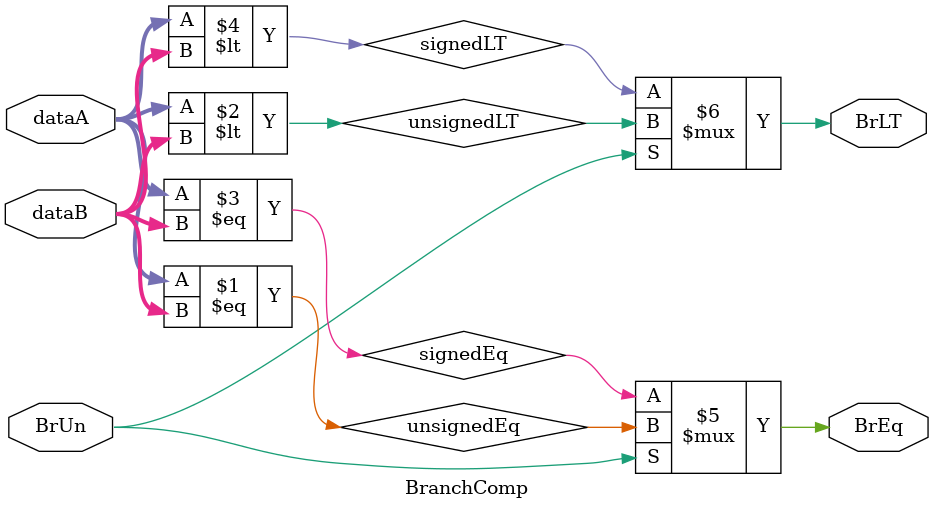
<source format=v>
/*
Module: 
     Branch Comparator (BranchComp)

Desc:   
     Branch Comparator, takes 2 input and compares values; Combinational

Inputs: 
     dataA: 32-bit input A
     dataB: 32-bit input B
     BrUn: Unsigned Comparasion

Outputs: 
     BrEq: == check 
     BrLT: < check

Authors: 
     Matthew Dharmawan and Reuben Koshy Thomas
*/

`include "Opcode.vh"

module BranchComp(
    input [31:0] dataA,
    input [31:0] dataB,
    input BrUn, 
    output BrEq, BrLT
);

wire unsignedEq;
wire signedEq;
wire unsignedLT;
wire signedLT;

assign unsignedEq = dataA == dataB; // do i need to enforce unsigned?
assign unsignedLT = dataA < dataB;
assign signedEq = $signed(dataA) == $signed(dataB);
assign signedLT = $signed(dataA) < $signed(dataB);

assign BrEq = BrUn ? unsignedEq : signedEq;
assign BrLT = BrUn ? unsignedLT : signedLT;

endmodule
</source>
